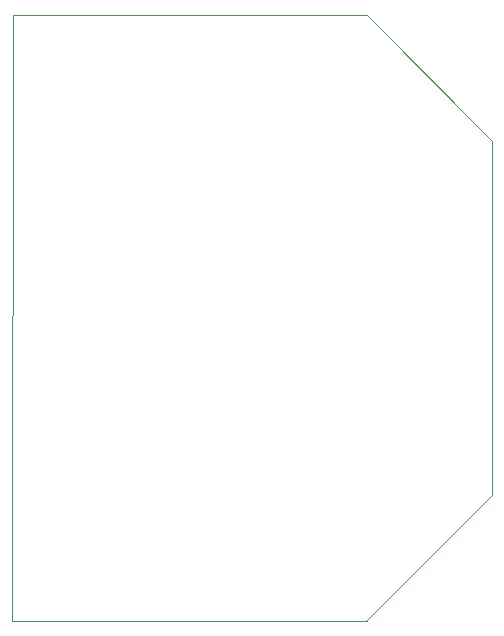
<source format=gbr>
G04 #@! TF.GenerationSoftware,KiCad,Pcbnew,8.0.3*
G04 #@! TF.CreationDate,2024-06-28T16:30:35+02:00*
G04 #@! TF.ProjectId,Playstation 2 breakout,506c6179-7374-4617-9469-6f6e20322062,rev?*
G04 #@! TF.SameCoordinates,Original*
G04 #@! TF.FileFunction,Profile,NP*
%FSLAX46Y46*%
G04 Gerber Fmt 4.6, Leading zero omitted, Abs format (unit mm)*
G04 Created by KiCad (PCBNEW 8.0.3) date 2024-06-28 16:30:35*
%MOMM*%
%LPD*%
G01*
G04 APERTURE LIST*
G04 #@! TA.AperFunction,Profile*
%ADD10C,0.050000*%
G04 #@! TD*
G04 APERTURE END LIST*
D10*
X155403350Y-102329952D02*
X155420049Y-51086049D01*
X185403350Y-102329952D02*
X155403350Y-102329952D01*
X185420049Y-102299253D02*
X196026651Y-91692651D01*
X196026651Y-61692651D02*
X185420049Y-51086049D01*
X185420049Y-51086049D02*
X155420049Y-51086049D01*
X196026651Y-91692651D02*
X196026651Y-61692651D01*
M02*

</source>
